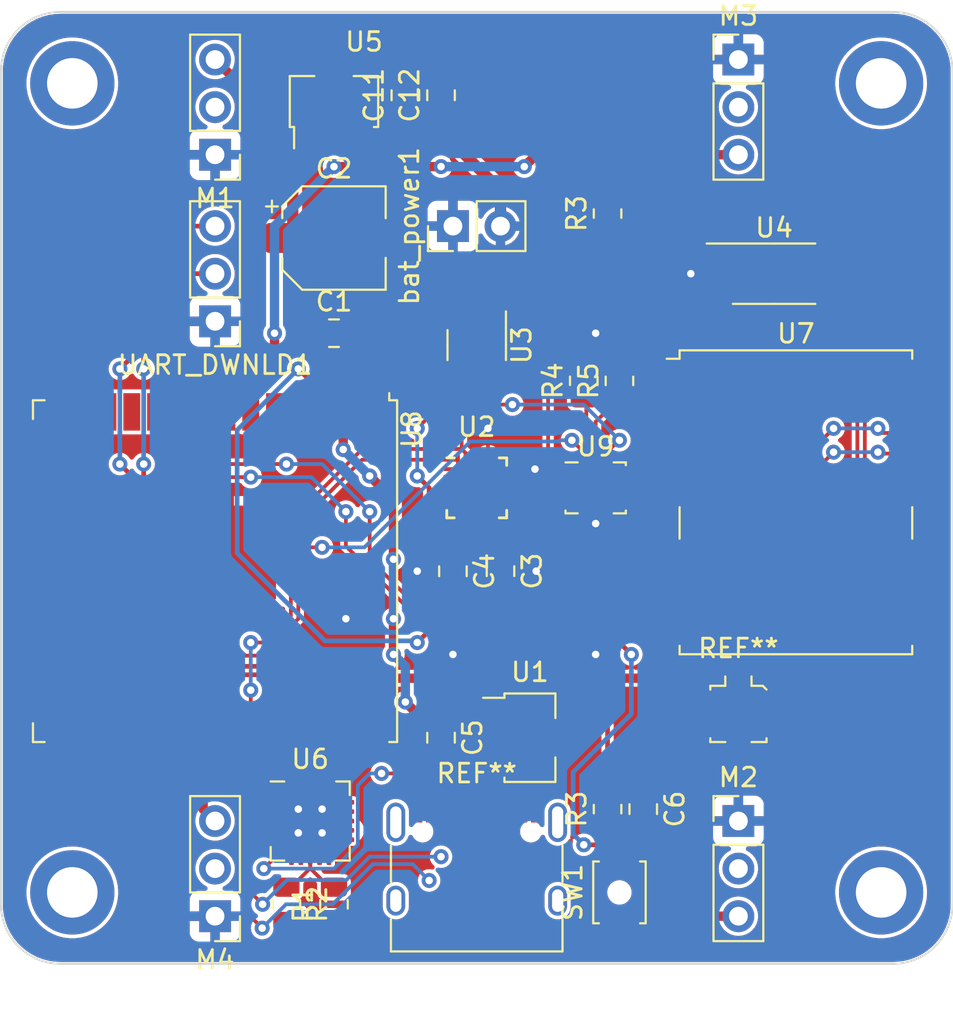
<source format=kicad_pcb>
(kicad_pcb (version 20211014) (generator pcbnew)
  (layers (0 "F.Cu" signal) (31 "B.Cu" signal) (34 "B.Paste" user) (35 "F.Paste" user) (36 "B.SilkS" user "B.Silkscreen") (37 "F.SilkS" user "F.Silkscreen") (38 "B.Mask" user) (39 "F.Mask" user) (44 "Edge.Cuts" user))
  (net 0 "")
  (net 1 "+3V3")
  (net 2 "GND")
  (net 37 "Net-(C3-Pad1)")
  (net 39 "/gps_antenna")
  (net 40 "AUX_CL")
  (net 41 "GPS_TX")
  (net 46 "v_bat")
  (net 47 "M1")
  (net 48 "M2")
  (net 49 "M3")
  (net 50 "M4")
  (net 51 "RX")
  (net 52 "TX")
  (net 59 "SDO")
  (net 60 "+1V8")
  (net 61 "FSYNC")
  (net 62 "AUX_DA")
  (net 63 "MPU_CS")
  (net 64 "MPU_INT")
  (net 70 "SCL")
  (net 71 "SDA")
  (net 74 "GPS_RX")
  (net 75 "SDA_eeprom")
  (net 76 "SCL_eeprom")
  (net 77 "VBUS")
  (net 78 "Net-(R1-Pad2)")
  (net 83 "USB+")
  (net 84 "USB-")
  (net 95 "USB5V")
  (net 104 "RESET")
  (footprint "Capacitor_SMD:C_0805_2012Metric" (layer "F.Cu") (at 123.19 29.845 90)
    (fp_text reference "C11")
    (fp_text value "10uF")
  )
  (footprint "Capacitor_SMD:C_0805_2012Metric" (layer "F.Cu") (at 135.89 67.945 -90)
    (fp_text reference "C6")
    (fp_text value "1uF")
  )
  (footprint "Connector_PinHeader_2.54mm:PinHeader_1x03_P2.54mm_Vertical" (layer "F.Cu") (at 113.03 33.02 180)
    (fp_text reference "M1")
    (fp_text value "Conn_01x03")
  )
  (footprint "Connector_PinHeader_2.54mm:PinHeader_1x03_P2.54mm_Vertical" (layer "F.Cu") (at 113.03 73.66 180)
    (fp_text reference "M4")
    (fp_text value "Conn_01x03")
  )
  (footprint "Resistor_SMD:R_0805_2012Metric" (layer "F.Cu") (at 133.985 67.945 90)
    (fp_text reference "R3")
    (fp_text value "10k")
  )
  (footprint "RF_Module:ESP32-WROOM-32U" (layer "F.Cu") (at 113.03 55.245 -90)
    (fp_text reference "U8")
    (fp_text value "ESP32-WROOM-32U")
  )
  (footprint "MountingHole:MountingHole_2.7mm_M2.5_ISO14580_Pad" (layer "F.Cu") (at 105.41 29.21)
    (fp_text reference "REF**" hide)
    (fp_text value "MountingHole_2.7mm_M2.5_ISO14580_Pad")
  )
  (footprint "Resistor_SMD:R_0805_2012Metric" (layer "F.Cu") (at 116.84 73.025 -90)
    (fp_text reference "R2")
    (fp_text value "47.5k")
  )
  (footprint "Capacitor_SMD:C_0805_2012Metric" (layer "F.Cu") (at 125.095 64.135 -90)
    (fp_text reference "C5")
    (fp_text value "0.1uF")
  )
  (footprint "Connector_PinHeader_2.54mm:PinHeader_1x02_P2.54mm_Vertical" (layer "F.Cu") (at 125.73 36.83 90)
    (fp_text reference "bat_power1")
    (fp_text value "Conn_01x02")
  )
  (footprint "Resistor_SMD:R_0805_2012Metric" (layer "F.Cu") (at 134.62 45.09 90)
    (fp_text reference "R5")
    (fp_text value "10k")
  )
  (footprint "Sensor_Motion:InvenSense_QFN-24_3x3mm_P0.4mm" (layer "F.Cu") (at 127 50.8)
    (fp_text reference "U2")
    (fp_text value "ICM-20948")
  )
  (footprint "Capacitor_SMD:C_0805_2012Metric" (layer "F.Cu") (at 119.38 42.545)
    (fp_text reference "C1")
    (fp_text value "0.1uF")
  )
  (footprint "Capacitor_SMD:C_0805_2012Metric" (layer "F.Cu") (at 128.27 55.245 -90)
    (fp_text reference "C3")
    (fp_text value "0.1uF")
  )
  (footprint "Connector_PinHeader_2.54mm:PinHeader_1x03_P2.54mm_Vertical" (layer "F.Cu") (at 140.97 27.94)
    (fp_text reference "M3")
    (fp_text value "Conn_01x03")
  )
  (footprint "Capacitor_SMD:CP_Elec_5x4.5" (layer "F.Cu") (at 119.38 37.465)
    (fp_text reference "C2")
    (fp_text value "10uF")
  )
  (footprint "" (layer "F.Cu") (at 148.59 29.21)
    (fp_text reference "")
    (fp_text value "")
  )
  (footprint "Package_LGA:LGA-14_3x2.5mm_P0.5mm_LayoutBorder3x4y" (layer "F.Cu") (at 133.35 50.8)
    (fp_text reference "U9")
    (fp_text value "LSM6DS3")
  )
  (footprint "Connector_PinHeader_2.54mm:PinHeader_1x03_P2.54mm_Vertical" (layer "F.Cu") (at 113.03 41.91 180)
    (fp_text reference "UART_DWNLD1")
    (fp_text value "Conn_01x03")
  )
  (footprint "Package_TO_SOT_SMD:SOT-89-3" (layer "F.Cu") (at 119.38 30.48 90)
    (fp_text reference "U5")
    (fp_text value "L78L33_SOT89")
  )
  (footprint "RF_GPS:ublox_NEO" (layer "F.Cu") (at 144.04 51.57)
    (fp_text reference "U7")
    (fp_text value "NEO-M8N")
  )
  (footprint "Package_TO_SOT_SMD:SOT-23-5" (layer "F.Cu") (at 127 43.18 -90)
    (fp_text reference "U3")
    (fp_text value "TLV70018_SOT23-5")
  )
  (footprint "Capacitor_SMD:C_0805_2012Metric" (layer "F.Cu") (at 125.095 29.845 90)
    (fp_text reference "C12")
    (fp_text value "0.1uF")
  )
  (footprint "Resistor_SMD:R_0805_2012Metric" (layer "F.Cu") (at 133.985 36.16 90)
    (fp_text reference "R3")
    (fp_text value "R")
  )
  (footprint "Button_Switch_SMD:SW_SPST_B3U-1000P-B" (layer "F.Cu") (at 134.62 72.39 90)
    (fp_text reference "SW1")
    (fp_text value "SW_Push")
  )
  (footprint "Connector_PinHeader_2.54mm:PinHeader_1x03_P2.54mm_Vertical" (layer "F.Cu") (at 140.97 68.58)
    (fp_text reference "M2")
    (fp_text value "Conn_01x03")
  )
  (footprint "Package_SO:TSSOP-8_4.4x3mm_P0.65mm" (layer "F.Cu") (at 142.875 39.37)
    (fp_text reference "U4")
    (fp_text value "24LC32")
  )
  (footprint "Symbol:OSHW-Logo_7.5x8mm_Copper" (layer "F.Cu") (at 147.32 64.77)
    (fp_text reference "REF**" hide)
    (fp_text value "OSHW-Logo_7.5x8mm_Copper" hide)
  )
  (footprint "Resistor_SMD:R_0805_2012Metric" (layer "F.Cu") (at 119.38 73.025 90)
    (fp_text reference "R1")
    (fp_text value "22.1k")
  )
  (footprint "Resistor_SMD:R_0805_2012Metric" (layer "F.Cu") (at 132.715 45.085 90)
    (fp_text reference "R4")
    (fp_text value "10k")
  )
  (footprint "Package_TO_SOT_SMD:SOT-89-3" (layer "F.Cu") (at 129.54 64.135)
    (fp_text reference "U1")
    (fp_text value "L78L33_SOT89")
  )
  (footprint "Package_DFN_QFN:MLF-20-1EP_4x4mm_P0.5mm_EP2.6x2.6mm" (layer "F.Cu") (at 118.11 68.58)
    (fp_text reference "U6")
    (fp_text value "CP2102N-Axx-xQFN20")
  )
  (footprint "Connector_USB:USB_C_Receptacle_XKB_U262-16XN-4BVC11" (layer "F.Cu") (at 127 71.755)
    (fp_text reference "REF**")
    (fp_text value "USB_C_Receptacle_XKB_U262-16XN-4BVC11")
  )
  (footprint "" (layer "F.Cu") (at 105.41 72.39)
    (fp_text reference "")
    (fp_text value "")
  )
  (footprint "Connector_Coaxial:U.FL_Molex_MCRF_73412-0110_Vertical" (layer "F.Cu") (at 140.97 62.865 180)
    (fp_text reference "REF**")
    (fp_text value "U.FL")
  )
  (footprint "Capacitor_SMD:C_0805_2012Metric" (layer "F.Cu") (at 125.73 55.25 -90)
    (fp_text reference "C4")
    (fp_text value "0.1uF")
  )
  (footprint "" (layer "F.Cu") (at 148.59 72.39)
    (fp_text reference "")
    (fp_text value "")
  )
  (gr_line (start 149.225 76.2) (end 104.775 76.2) (layer "Edge.Cuts") (width 0.1))
  (gr_arc (start 149.225 25.4) (mid 151.470064 26.329936) (end 152.4 28.575) (layer "Edge.Cuts") (width 0.1))
  (gr_arc (start 152.4 73.025) (mid 151.470064 75.270064) (end 149.225 76.2) (layer "Edge.Cuts") (width 0.1))
  (gr_line (start 101.6 73.025) (end 101.6 28.575) (layer "Edge.Cuts") (width 0.1))
  (gr_line (start 152.4 28.575) (end 152.4 73.025) (layer "Edge.Cuts") (width 0.1))
  (gr_arc (start 104.775 76.2) (mid 102.529936 75.270064) (end 101.6 73.025) (layer "Edge.Cuts") (width 0.1))
  (gr_arc (start 101.6 28.575) (mid 102.529936 26.329936) (end 104.775 25.4) (layer "Edge.Cuts") (width 0.1))
  (gr_line (start 104.775 25.4) (end 149.225 25.4) (layer "Edge.Cuts") (width 0.1))
  (segment (start 133.985 63.5) (end 132.08 61.595) (width 0.25) (layer "F.Cu") (net 1))
  (segment (start 127.95 40.955) (end 127.635 40.64) (width 0.2) (layer "F.Cu") (net 1))
  (segment (start 132.51298 52.04952) (end 130.81 52.04952) (width 0.2) (layer "F.Cu") (net 1))
  (segment (start 116.2495 70.505) (end 115.6345 71.12) (width 0.2) (layer "F.Cu") (net 1))
  (segment (start 117.18 32.83) (end 117.88 32.13) (width 0.6) (layer "F.Cu") (net 1))
  (segment (start 150.04 46.77) (end 149.005 46.77) (width 0.2) (layer "F.Cu") (net 1))
  (segment (start 134.5125 53.4475) (end 133.985 53.975) (width 0.2) (layer "F.Cu") (net 1))
  (segment (start 148.119039 38.899039) (end 147.615 38.395) (width 0.2) (layer "F.Cu") (net 1))
  (segment (start 130.81 50.8) (end 129.81 51.8) (width 0.2) (layer "F.Cu") (net 1))
  (segment (start 117.3275 40.64) (end 127.635 40.64) (width 0.2) (layer "F.Cu") (net 1))
  (segment (start 117.18 40.005) (end 117.18 37.465) (width 0.2) (layer "F.Cu") (net 1))
  (segment (start 117.18 41.295) (end 118.43 42.545) (width 0.6) (layer "F.Cu") (net 1))
  (segment (start 148.54 45.67) (end 148.119039 45.249039) (width 0.2) (layer "F.Cu") (net 1))
  (segment (start 125.645 62.635) (end 125.095 63.185) (width 0.5) (layer "F.Cu") (net 1))
  (segment (start 143.17 38.395) (end 141.605 36.83) (width 0.2) (layer "F.Cu") (net 1))
  (segment (start 117.11 70.505) (end 116.2495 70.505) (width 0.2) (layer "F.Cu") (net 1))
  (segment (start 123.19 65.405) (end 122.555 66.04) (width 0.2) (layer "F.Cu") (net 1))
  (segment (start 127.95 42.0425) (end 127.95 42.426072) (width 0.25) (layer "F.Cu") (net 1))
  (segment (start 122.555 59.69) (end 122.555 57.785) (width 0.5) (layer "F.Cu") (net 1))
  (segment (start 148.119039 45.884039) (end 148.119039 45.249039) (width 0.2) (layer "F.Cu") (net 1))
  (segment (start 147.615 38.395) (end 145.7375 38.395) (width 0.2) (layer "F.Cu") (net 1))
  (segment (start 128.905 40.64) (end 130.81 42.545) (width 0.2) (layer "F.Cu") (net 1))
  (segment (start 127.635 40.64) (end 128.905 40.64) (width 0.2) (layer "F.Cu") (net 1))
  (segment (start 145.7375 38.395) (end 143.17 38.395) (width 0.2) (layer "F.Cu") (net 1))
  (segment (start 117.18 37.465) (end 117.18 32.83) (width 0.6) (layer "F.Cu") (net 1))
  (segment (start 120.015 45.085) (end 118.43 43.5) (width 0.5) (layer "F.Cu") (net 1))
  (segment (start 138.43 36.83) (end 136.94 38.32) (width 0.2) (layer "F.Cu") (net 1))
  (segment (start 120.015 46.745) (end 120.015 45.085) (width 0.5) (layer "F.Cu") (net 1))
  (segment (start 117.18 41.275) (end 117.18 41.295) (width 0.6) (layer "F.Cu") (net 1))
  (segment (start 119.872875 46.887125) (end 120.015 46.745) (width 0.5) (layer "F.Cu") (net 1))
  (segment (start 132.08 61.595) (end 130.175 61.595) (width 0.25) (layer "F.Cu") (net 1))
  (segment (start 129.135 62.635) (end 127.89 62.635) (width 0.25) (layer "F.Cu") (net 1))
  (segment (start 150.04 45.67) (end 148.54 45.67) (width 0.2) (layer "F.Cu") (net 1))
  (segment (start 125.095 63.185) (end 124.145 63.185) (width 0.5) (layer "F.Cu") (net 1))
  (segment (start 130.81 52.705) (end 130.81 50.8) (width 0.2) (layer "F.Cu") (net 1))
  (segment (start 135.89 40.64) (end 135.255 40.005) (width 0.2) (layer "F.Cu") (net 1))
  (segment (start 127.89 62.635) (end 125.645 62.635) (width 0.5) (layer "F.Cu") (net 1))
  (segment (start 117.18 41.275) (end 117.18 37.465) (width 0.6) (layer "F.Cu") (net 1))
  (segment (start 148.119039 45.249039) (end 148.119039 38.899039) (width 0.2) (layer "F.Cu") (net 1))
  (segment (start 133.985 53.975) (end 132.08 53.975) (width 0.2) (layer "F.Cu") (net 1))
  (segment (start 122.555 51.435) (end 121.285 50.165) (width 0.5) (layer "F.Cu") (net 1))
  (segment (start 132.08 53.975) (end 130.81 52.705) (width 0.2) (layer "F.Cu") (net 1))
  (segment (start 130.81 42.545) (end 130.81 50.8) (width 0.2) (layer "F.Cu") (net 1))
  (segment (start 138.04 51.17) (end 137.533573 51.17) (width 0.2) (layer "F.Cu") (net 1))
  (segment (start 124.14 63.185) (end 123.19 64.135) (width 0.2) (layer "F.Cu") (net 1))
  (segment (start 137.533573 51.17) (end 135.89 49.526427) (width 0.2) (layer "F.Cu") (net 1))
  (segment (start 117.18 41.275) (end 117.18 40.7875) (width 0.2) (layer "F.Cu") (net 1))
  (segment (start 136.94 38.32) (end 135.255 40.005) (width 0.2) (layer "F.Cu") (net 1))
  (segment (start 129.81 51.8) (end 128.5 51.8) (width 0.2) (layer "F.Cu") (net 1))
  (segment (start 123.19 64.135) (end 123.19 65.405) (width 0.2) (layer "F.Cu") (net 1))
  (segment (start 149.005 46.77) (end 148.119039 45.884039) (width 0.2) (layer "F.Cu") (net 1))
  (segment (start 119.872875 48.752875) (end 119.872875 46.887125) (width 0.5) (layer "F.Cu") (net 1))
  (segment (start 127.95 42.0425) (end 127.95 40.955) (width 0.2) (layer "F.Cu") (net 1))
  (segment (start 130.175 61.595) (end 129.135 62.635) (width 0.25) (layer "F.Cu") (net 1))
  (segment (start 118.43 43.5) (end 118.43 42.545) (width 0.5) (layer "F.Cu") (net 1))
  (segment (start 132.85 51.7125) (end 132.51298 52.04952) (width 0.2) (layer "F.Cu") (net 1))
  (segment (start 134.5125 51.55) (end 134.5125 53.4475) (width 0.2) (layer "F.Cu") (net 1))
  (segment (start 133.985 67.0325) (end 133.985 63.5) (width 0.25) (layer "F.Cu") (net 1))
  (segment (start 141.605 36.83) (end 138.43 36.83) (width 0.2) (layer "F.Cu") (net 1))
  (segment (start 117.18 40.7875) (end 117.3275 40.64) (width 0.2) (layer "F.Cu") (net 1))
  (segment (start 125.095 63.185) (end 124.14 63.185) (width 0.2) (layer "F.Cu") (net 1))
  (segment (start 124.145 63.185) (end 123.19 62.23) (width 0.5) (layer "F.Cu") (net 1))
  (segment (start 122.555 54.61) (end 122.555 51.435) (width 0.5) (layer "F.Cu") (net 1))
  (segment (start 135.255 40.005) (end 117.18 40.005) (width 0.4) (layer "F.Cu") (net 1))
  (segment (start 135.89 49.526427) (end 135.89 40.64) (width 0.2) (layer "F.Cu") (net 1))
  (segment (start 122.555 66.04) (end 121.92 66.04) (width 0.2) (layer "F.Cu") (net 1))
  (via (at 121.285 50.165) (size 0.8) (drill 0.4) (layers "F.Cu" "B.Cu") (net 1))
  (via (at 122.555 59.69) (size 0.8) (drill 0.4) (layers "F.Cu" "B.Cu") (net 1))
  (via (at 123.19 62.23) (size 0.8) (drill 0.4) (layers "F.Cu" "B.Cu") (net 1))
  (via (at 121.92 66.04) (size 0.8) (drill 0.4) (layers "F.Cu" "B.Cu") (net 1))
  (via (at 122.555 57.785) (size 0.8) (drill 0.4) (layers "F.Cu" "B.Cu") (net 1))
  (via (at 122.555 54.61) (size 0.8) (drill 0.4) (layers "F.Cu" "B.Cu") (net 1))
  (via (at 115.6345 71.12) (size 0.8) (drill 0.4) (layers "F.Cu" "B.Cu") (net 1))
  (via (at 119.872875 48.752875) (size 0.8) (drill 0.4) (layers "F.Cu" "B.Cu") (net 1))
  (segment (start 121.285 66.04) (end 120.65 66.675) (width 0.2) (layer "B.Cu") (net 1))
  (segment (start 120.65 66.675) (end 120.65 69.85) (width 0.2) (layer "B.Cu") (net 1))
  (segment (start 123.19 60.325) (end 122.555 59.69) (width 0.5) (layer "B.Cu") (net 1))
  (segment (start 121.92 66.04) (end 121.285 66.04) (width 0.2) (layer "B.Cu") (net 1))
  (segment (start 121.285 50.165) (end 119.872875 48.752875) (width 0.5) (layer "B.Cu") (net 1))
  (segment (start 120.65 69.85) (end 119.38 71.12) (width 0.2) (layer "B.Cu") (net 1))
  (segment (start 123.19 62.23) (end 123.19 60.325) (width 0.5) (layer "B.Cu") (net 1))
  (segment (start 119.38 71.12) (end 115.6345 71.12) (width 0.2) (layer "B.Cu") (net 1))
  (segment (start 122.555 57.785) (end 122.555 54.61) (width 0.5) (layer "B.Cu") (net 1))
  (segment (start 133.35 51.7125) (end 133.85 51.7125) (width 0.2) (layer "F.Cu") (net 2))
  (segment (start 127.6 47.625) (end 127.6 49.3) (width 0.2) (layer "F.Cu") (net 2))
  (segment (start 130.1105 49.8) (end 128.5 49.8) (width 0.2) (layer "F.Cu") (net 2))
  (segment (start 116.185 68.58) (end 118.11 68.58) (width 0.2) (layer "F.Cu") (net 2))
  (segment (start 133.35 51.7125) (end 133.35 52.705) (width 0.2) (layer "F.Cu") (net 2))
  (segment (start 118.61 69.08) (end 118.11 68.58) (width 0.2) (layer "F.Cu") (net 2))
  (segment (start 120.035 69.08) (end 118.61 69.08) (width 0.2) (layer "F.Cu") (net 2))
  (via (at 123.825 55.245) (size 0.8) (drill 0.4) (layers "F.Cu" "B.Cu") (net 2))
  (via (at 133.35 52.705) (size 0.8) (drill 0.4) (layers "F.Cu" "B.Cu") (net 2))
  (via (at 117.475 69.215) (size 0.8) (drill 0.4) (layers "F.Cu" "B.Cu") (net 2))
  (via (at 117.475 67.945) (size 0.8) (drill 0.4) (layers "F.Cu" "B.Cu") (net 2))
  (via (at 120.015 57.785) (size 0.8) (drill 0.4) (layers "F.Cu" "B.Cu") (net 2))
  (via (at 138.43 39.37) (size 0.8) (drill 0.4) (layers "F.Cu" "B.Cu") (net 2))
  (via (at 133.35 59.69) (size 0.8) (drill 0.4) (layers "F.Cu" "B.Cu") (net 2))
  (via (at 127.6 47.625) (size 0.8) (drill 0.4) (layers "F.Cu" "B.Cu") (net 2))
  (via (at 133.35 42.545) (size 0.8) (drill 0.4) (layers "F.Cu" "B.Cu") (net 2))
  (via (at 118.745 69.215) (size 0.8) (drill 0.4) (layers "F.Cu" "B.Cu") (net 2))
  (via (at 118.745 67.945) (size 0.8) (drill 0.4) (layers "F.Cu" "B.Cu") (net 2))
  (via (at 130.175 55.245) (size 0.8) (drill 0.4) (layers "F.Cu" "B.Cu") (net 2))
  (via (at 125.73 59.69) (size 0.8) (drill 0.4) (layers "F.Cu" "B.Cu") (net 2))
  (via (at 130.1105 49.8) (size 0.8) (drill 0.4) (layers "F.Cu" "B.Cu") (net 2))
  (segment (start 127.2 53.225) (end 128.27 54.295) (width 0.2) (layer "F.Cu") (net 37))
  (segment (start 127.2 52.3) (end 127.2 53.225) (width 0.2) (layer "F.Cu") (net 37))
  (segment (start 140.97 61.365) (end 140.97 58.42) (width 0.2) (layer "F.Cu") (net 39))
  (segment (start 140.97 58.42) (end 140.02 57.47) (width 0.2) (layer "F.Cu") (net 39))
  (segment (start 140.02 57.47) (end 138.04 57.47) (width 0.2) (layer "F.Cu") (net 39))
  (segment (start 114.935 50.2295) (end 113.0945 50.2295) (width 0.2) (layer "F.Cu") (net 41))
  (segment (start 150.04 48.97) (end 148.494019 48.97) (width 0.2) (layer "F.Cu") (net 41))
  (segment (start 148.494019 48.97) (end 148.419019 48.895) (width 0.2) (layer "F.Cu") (net 41))
  (segment (start 113.0945 50.2295) (end 111.125 48.26) (width 0.2) (layer "F.Cu") (net 41))
  (segment (start 132.315481 58.184519) (end 124.294514 58.18452) (width 0.2) (layer "F.Cu") (net 41))
  (segment (start 124.294514 58.18452) (end 120.015 53.905006) (width 0.2) (layer "F.Cu") (net 41))
  (segment (start 111.125 48.26) (end 111.125 46.745) (width 0.2) (layer "F.Cu") (net 41))
  (segment (start 137.16 53.34) (end 132.315481 58.184519) (width 0.2) (layer "F.Cu") (net 41))
  (segment (start 141.605 53.34) (end 137.16 53.34) (width 0.2) (layer "F.Cu") (net 41))
  (segment (start 146.05 48.895) (end 141.605 53.34) (width 0.2) (layer "F.Cu") (net 41))
  (segment (start 120.015 53.905006) (end 120.015 52.07) (width 0.2) (layer "F.Cu") (net 41))
  (via (at 148.419019 48.895) (size 0.8) (drill 0.4) (layers "F.Cu" "B.Cu") (net 41))
  (via (at 146.05 48.895) (size 0.8) (drill 0.4) (layers "F.Cu" "B.Cu") (net 41))
  (via (at 114.935 50.2295) (size 0.8) (drill 0.4) (layers "F.Cu" "B.Cu") (net 41))
  (via (at 120.015 52.07) (size 0.8) (drill 0.4) (layers "F.Cu" "B.Cu") (net 41))
  (segment (start 148.419019 48.895) (end 146.05 48.895) (width 0.2) (layer "B.Cu") (net 41))
  (segment (start 118.1745 50.2295) (end 120.015 52.07) (width 0.2) (layer "B.Cu") (net 41))
  (segment (start 114.935 50.2295) (end 118.1745 50.2295) (width 0.2) (layer "B.Cu") (net 41))
  (segment (start 125.095 32.13) (end 125.095 30.795) (width 0.5) (layer "F.Cu") (net 46))
  (segment (start 125.475 32.13) (end 128.27 34.925) (width 0.6) (layer "F.Cu") (net 46))
  (segment (start 128.27 34.925) (end 128.27 36.83) (width 0.6) (layer "F.Cu") (net 46))
  (segment (start 125.095 32.13) (end 123.19 32.13) (width 0.6) (layer "F.Cu") (net 46))
  (segment (start 123.19 32.13) (end 123.19 30.795) (width 0.5) (layer "F.Cu") (net 46))
  (segment (start 125.095 32.13) (end 125.475 32.13) (width 0.6) (layer "F.Cu") (net 46))
  (segment (start 133.035 33.655) (end 132.715 33.655) (width 0.2) (layer "F.Cu") (net 46))
  (segment (start 123.19 32.13) (end 120.88 32.13) (width 0.6) (layer "F.Cu") (net 46))
  (segment (start 114.935 43.815) (end 113.665 45.085) (width 0.5) (layer "F.Cu") (net 47))
  (segment (start 113.665 45.085) (end 113.665 46.745) (width 0.5) (layer "F.Cu") (net 47))
  (segment (start 114.935 29.845) (end 114.935 43.815) (width 0.5) (layer "F.Cu") (net 47))
  (segment (start 113.03 27.94) (end 114.935 29.845) (width 0.5) (layer "F.Cu") (net 47))
  (segment (start 137.16 61.595) (end 136.525 60.96) (width 0.5) (layer "F.Cu") (net 48))
  (segment (start 121.285 60.96) (end 120.015 62.23) (width 0.5) (layer "F.Cu") (net 48))
  (segment (start 120.015 62.23) (end 120.015 63.745) (width 0.5) (layer "F.Cu") (net 48))
  (segment (start 136.525 60.96) (end 121.285 60.96) (width 0.5) (layer "F.Cu") (net 48))
  (segment (start 139.065 73.66) (end 137.16 71.755) (width 0.5) (layer "F.Cu") (net 48))
  (segment (start 137.16 71.755) (end 137.16 61.595) (width 0.5) (layer "F.Cu") (net 48))
  (segment (start 140.97 73.66) (end 139.065 73.66) (width 0.5) (layer "F.Cu") (net 48))
  (segment (start 116.205 43.930942) (end 116.205 42.545) (width 0.5) (layer "F.Cu") (net 49))
  (segment (start 130.175 33.02) (end 140.97 33.02) (width 0.5) (layer "F.Cu") (net 49))
  (segment (start 114.935 45.200942) (end 116.205 43.930942) (width 0.5) (layer "F.Cu") (net 49))
  (segment (start 119.38 33.655) (end 124.46 33.655) (width 0.5) (layer "F.Cu") (net 49))
  (segment (start 114.935 46.745) (end 114.935 45.200942) (width 0.5) (layer "F.Cu") (net 49))
  (segment (start 129.54 33.655) (end 130.175 33.02) (width 0.5) (layer "F.Cu") (net 49))
  (segment (start 124.46 33.655) (end 125.095 33.655) (width 0.5) (layer "F.Cu") (net 49))
  (via (at 129.54 33.655) (size 0.8) (drill 0.4) (layers "F.Cu" "B.Cu") (net 49))
  (via (at 125.095 33.655) (size 0.8) (drill 0.4) (layers "F.Cu" "B.Cu") (net 49))
  (via (at 116.205 42.545) (size 0.8) (drill 0.4) (layers "F.Cu" "B.Cu") (net 49))
  (via (at 119.38 33.655) (size 0.8) (drill 0.4) (layers "F.Cu" "B.Cu") (net 49))
  (segment (start 125.095 33.655) (end 129.54 33.655) (width 0.5) (layer "B.Cu") (net 49))
  (segment (start 116.205 42.545) (end 116.205 36.83) (width 0.5) (layer "B.Cu") (net 49))
  (segment (start 116.205 36.83) (end 119.38 33.655) (width 0.5) (layer "B.Cu") (net 49))
  (segment (start 112.395 67.945) (end 113.03 68.58) (width 0.5) (layer "F.Cu") (net 50))
  (segment (start 112.395 63.745) (end 112.395 67.945) (width 0.5) (layer "F.Cu") (net 50))
  (segment (start 118.11 66.04) (end 117.475 65.405) (width 0.2) (layer "F.Cu") (net 51))
  (segment (start 107.95 44.45) (end 108.77048 43.62952) (width 0.25) (layer "F.Cu") (net 51))
  (segment (start 115.383802 60.77452) (end 116.205 61.595718) (width 0.25) (layer "F.Cu") (net 51))
  (segment (start 118.11 66.655) (end 118.11 66.04) (width 0.2) (layer "F.Cu") (net 51))
  (segment (start 117.475 65.405) (end 116.84 65.405) (width 0.2) (layer "F.Cu") (net 51))
  (segment (start 107.95 49.53) (end 108.77048 50.35048) (width 0.25) (layer "F.Cu") (net 51))
  (segment (start 110.304521 60.77452) (end 115.383802 60.77452) (width 0.25) (layer "F.Cu") (net 51))
  (segment (start 108.77048 59.240479) (end 110.304521 60.77452) (width 0.25) (layer "F.Cu") (net 51))
  (segment (start 108.77048 50.35048) (end 108.77048 59.240479) (width 0.25) (layer "F.Cu") (net 51))
  (segment (start 108.77048 39.887439) (end 111.827919 36.83) (width 0.25) (layer "F.Cu") (net 51))
  (segment (start 108.77048 43.62952) (end 108.77048 39.887439) (width 0.25) (layer "F.Cu") (net 51))
  (segment (start 116.205 64.77) (end 116.205 63.745) (width 0.2) (layer "F.Cu") (net 51))
  (segment (start 111.827919 36.83) (end 113.03 36.83) (width 0.25) (layer "F.Cu") (net 51))
  (segment (start 116.205 61.595718) (end 116.205 63.745) (width 0.25) (layer "F.Cu") (net 51))
  (segment (start 116.84 65.405) (end 116.205 64.77) (width 0.2) (layer "F.Cu") (net 51))
  (via (at 107.95 44.45) (size 0.8) (drill 0.4) (layers "F.Cu" "B.Cu") (net 51))
  (via (at 107.95 49.53) (size 0.8) (drill 0.4) (layers "F.Cu" "B.Cu") (net 51))
  (segment (start 107.95 44.45) (end 107.95 49.53) (width 0.25) (layer "B.Cu") (net 51))
  (segment (start 109.22 59.054282) (end 110.490718 60.325) (width 0.25) (layer "F.Cu") (net 52))
  (segment (start 117.475 64.839994) (end 117.475 63.745) (width 0.2) (layer "F.Cu") (net 52))
  (segment (start 117.475 62.23) (end 117.475 63.745) (width 0.25) (layer "F.Cu") (net 52))
  (segment (start 118.61 65.974994) (end 117.475 64.839994) (width 0.2) (layer "F.Cu") (net 52))
  (segment (start 115.57 60.325) (end 117.475 62.23) (width 0.25) (layer "F.Cu") (net 52))
  (segment (start 111.125 39.37) (end 113.03 39.37) (width 0.25) (layer "F.Cu") (net 52))
  (segment (start 118.61 66.655) (end 118.61 65.974994) (width 0.2) (layer "F.Cu") (net 52))
  (segment (start 109.22 44.45) (end 109.22 41.275) (width 0.25) (layer "F.Cu") (net 52))
  (segment (start 109.22 49.53) (end 109.22 59.054282) (width 0.25) (layer "F.Cu") (net 52))
  (segment (start 109.22 41.275) (end 111.125 39.37) (width 0.25) (layer "F.Cu") (net 52))
  (segment (start 110.490718 60.325) (end 115.57 60.325) (width 0.25) (layer "F.Cu") (net 52))
  (via (at 109.22 49.53) (size 0.8) (drill 0.4) (layers "F.Cu" "B.Cu") (net 52))
  (via (at 109.22 44.45) (size 0.8) (drill 0.4) (layers "F.Cu" "B.Cu") (net 52))
  (segment (start 109.22 44.45) (end 109.22 49.53) (width 0.25) (layer "B.Cu") (net 52))
  (segment (start 126.4 52.3) (end 126.4 53.63) (width 0.2) (layer "F.Cu") (net 60))
  (segment (start 123.825 50.165) (end 124.46 50.8) (width 0.25) (layer "F.Cu") (net 60))
  (segment (start 127.95 45.405) (end 127.95 44.3175) (width 0.2) (layer "F.Cu") (net 60))
  (segment (start 125.42 54.3) (end 125.73 54.3) (width 0.25) (layer "F.Cu") (net 60))
  (segment (start 127 46.355) (end 127.95 45.405) (width 0.2) (layer "F.Cu") (net 60))
  (segment (start 126.4 53.63) (end 125.73 54.3) (width 0.2) (layer "F.Cu") (net 60))
  (segment (start 124.46 53.34) (end 125.42 54.3) (width 0.25) (layer "F.Cu") (net 60))
  (segment (start 123.825 47.625) (end 125.095 46.355) (width 0.2) (layer "F.Cu") (net 60))
  (segment (start 124.46 50.8) (end 124.46 53.34) (width 0.25) (layer "F.Cu") (net 60))
  (segment (start 125.095 46.355) (end 127 46.355) (width 0.2) (layer "F.Cu") (net 60))
  (via (at 123.825 47.625) (size 0.8) (drill 0.4) (layers "F.Cu" "B.Cu") (net 60))
  (via (at 123.825 50.165) (size 0.8) (drill 0.4) (layers "F.Cu" "B.Cu") (net 60))
  (segment (start 123.825 50.165) (end 123.825 47.625) (width 0.2) (layer "B.Cu") (net 60))
  (segment (start 133.35 47.2725) (end 133.35 49.53) (width 0.2) (layer "F.Cu") (net 70))
  (segment (start 133.35 49.53) (end 133.35 49.8875) (width 0.2) (layer "F.Cu") (net 70))
  (segment (start 126.4 49.3) (end 126.4 48.930705) (width 0.2) (layer "F.Cu") (net 70))
  (segment (start 133.35 49.53) (end 133.35 49.495349) (width 0.2) (layer "F.Cu") (net 70))
  (segment (start 127.635 46.355) (end 126.194775 47.795225) (width 0.2) (layer "F.Cu") (net 70))
  (segment (start 117.07548 57.619514) (end 116.339505 58.355489) (width 0.2) (layer "F.Cu") (net 70))
  (segment (start 115.599873 59.754511) (end 118.745 62.899638) (width 0.2) (layer "F.Cu") (net 70))
  (segment (start 126.194775 48.72548) (end 120.889514 48.72548) (width 0.2) (layer "F.Cu") (net 70))
  (segment (start 134.585349 48.26) (end 134.62 48.26) (width 0.2) (layer "F.Cu") (net 70))
  (segment (start 117.07548 52.539514) (end 117.07548 57.619514) (width 0.2) (layer "F.Cu") (net 70))
  (segment (start 114.645252 58.355489) (end 114.235489 58.765252) (width 0.2) (layer "F.Cu") (net 70))
  (segment (start 114.645252 59.754511) (end 115.599873 59.754511) (width 0.2) (layer "F.Cu") (net 70))
  (segment (start 133.35 49.495349) (end 134.585349 48.26) (width 0.2) (layer "F.Cu") (net 70))
  (segment (start 116.339505 58.355489) (end 114.645252 58.355489) (width 0.2) (layer "F.Cu") (net 70))
  (segment (start 118.745 62.899638) (end 118.745 63.745) (width 0.2) (layer "F.Cu") (net 70))
  (segment (start 114.235489 58.765252) (end 114.235489 59.344748) (width 0.2) (layer "F.Cu") (net 70))
  (segment (start 120.889514 48.72548) (end 117.07548 52.539514) (width 0.2) (layer "F.Cu") (net 70))
  (segment (start 126.194775 47.795225) (end 126.194775 48.72548) (width 0.2) (layer "F.Cu") (net 70))
  (segment (start 126.4 48.930705) (end 126.194775 48.72548) (width 0.2) (layer "F.Cu") (net 70))
  (segment (start 134.62 46.0025) (end 133.35 47.2725) (width 0.2) (layer "F.Cu") (net 70))
  (segment (start 114.235489 59.344748) (end 114.645252 59.754511) (width 0.2) (layer "F.Cu") (net 70))
  (segment (start 128.905 46.355) (end 127.635 46.355) (width 0.2) (layer "F.Cu") (net 70))
  (via (at 128.905 46.355) (size 0.8) (drill 0.4) (layers "F.Cu" "B.Cu") (net 70))
  (via (at 134.62 48.26) (size 0.8) (drill 0.4) (layers "F.Cu" "B.Cu") (net 70))
  (segment (start 134.62 48.26) (end 132.715 46.355) (width 0.2) (layer "B.Cu") (net 70))
  (segment (start 132.715 46.355) (end 128.905 46.355) (width 0.2) (layer "B.Cu") (net 70))
  (segment (start 117.475 53.975) (end 117.475 52.705) (width 0.2) (layer "F.Cu") (net 71))
  (segment (start 117.475 57.785) (end 117.475 53.975) (width 0.2) (layer "F.Cu") (net 71))
  (segment (start 132.85 49.03) (end 132.08 48.26) (width 0.2) (layer "F.Cu") (net 71))
  (segment (start 114.935 59.055) (end 116.205 59.055) (width 0.2) (layer "F.Cu") (net 71))
  (segment (start 132.85 49.8875) (end 132.85 49.03) (width 0.2) (layer "F.Cu") (net 71))
  (segment (start 116.205 59.055) (end 117.475 57.785) (width 0.2) (layer "F.Cu") (net 71))
  (segment (start 117.475 52.705) (end 120.88 49.3) (width 0.2) (layer "F.Cu") (net 71))
  (segment (start 132.715 45.9975) (end 132.85 46.1325) (width 0.2) (layer "F.Cu") (net 71))
  (segment (start 132.85 46.1325) (end 132.85 49.8875) (width 0.2) (layer "F.Cu") (net 71))
  (segment (start 120.88 49.3) (end 126 49.3) (width 0.2) (layer "F.Cu") (net 71))
  (segment (start 114.935 63.745) (end 114.935 61.595) (width 0.2) (layer "F.Cu") (net 71))
  (segment (start 118.745 53.975) (end 117.475 53.975) (width 0.2) (layer "F.Cu") (net 71))
  (via (at 114.935 61.595) (size 0.8) (drill 0.4) (layers "F.Cu" "B.Cu") (net 71))
  (via (at 114.935 59.055) (size 0.8) (drill 0.4) (layers "F.Cu" "B.Cu") (net 71))
  (via (at 118.745 53.975) (size 0.8) (drill 0.4) (layers "F.Cu" "B.Cu") (net 71))
  (via (at 132.08 48.26) (size 0.8) (drill 0.4) (layers "F.Cu" "B.Cu") (net 71))
  (segment (start 114.935 61.595) (end 114.935 59.055) (width 0.2) (layer "B.Cu") (net 71))
  (segment (start 131.380489 48.324511) (end 126.654748 48.324511) (width 0.2) (layer "B.Cu") (net 71))
  (segment (start 131.445 48.26) (end 131.380489 48.324511) (width 0.2) (layer "B.Cu") (net 71))
  (segment (start 132.08 48.26) (end 131.445 48.26) (width 0.2) (layer "B.Cu") (net 71))
  (segment (start 121.004259 53.975) (end 118.745 53.975) (width 0.2) (layer "B.Cu") (net 71))
  (segment (start 126.654748 48.324511) (end 121.004259 53.975) (width 0.2) (layer "B.Cu") (net 71))
  (segment (start 148.664019 47.87) (end 148.419019 47.625) (width 0.2) (layer "F.Cu") (net 74))
  (segment (start 116.84 49.53) (end 113.665 49.53) (width 0.2) (layer "F.Cu") (net 74))
  (segment (start 113.665 49.53) (end 112.395 48.26) (width 0.2) (layer "F.Cu") (net 74))
  (segment (start 112.395 48.26) (end 112.395 46.745) (width 0.2) (layer "F.Cu") (net 74))
  (segment (start 132.149994 57.785) (end 124.46 57.785) (width 0.2) (layer "F.Cu") (net 74))
  (segment (start 146.05 47.625) (end 140.73452 52.94048) (width 0.2) (layer "F.Cu") (net 74))
  (segment (start 121.285 54.61) (end 121.285 52.07) (width 0.2) (layer "F.Cu") (net 74))
  (segment (start 124.46 57.785) (end 121.285 54.61) (width 0.2) (layer "F.Cu") (net 74))
  (segment (start 140.73452 52.94048) (end 136.994513 52.940481) (width 0.2) (layer "F.Cu") (net 74))
  (segment (start 150.04 47.87) (end 148.664019 47.87) (width 0.2) (layer "F.Cu") (net 74))
  (segment (start 136.994513 52.940481) (end 132.149994 57.785) (width 0.2) (layer "F.Cu") (net 74))
  (via (at 121.285 52.07) (size 0.8) (drill 0.4) (layers "F.Cu" "B.Cu") (net 74))
  (via (at 146.05 47.625) (size 0.8) (drill 0.4) (layers "F.Cu" "B.Cu") (net 74))
  (via (at 116.84 49.53) (size 0.8) (drill 0.4) (layers "F.Cu" "B.Cu") (net 74))
  (via (at 148.419019 47.625) (size 0.8) (drill 0.4) (layers "F.Cu" "B.Cu") (net 74))
  (segment (start 148.419019 47.625) (end 146.05 47.625) (width 0.2) (layer "B.Cu") (net 74))
  (segment (start 121.285 52.07) (end 118.745 49.53) (width 0.2) (layer "B.Cu") (net 74))
  (segment (start 118.745 49.53) (end 116.84 49.53) (width 0.2) (layer "B.Cu") (net 74))
  (segment (start 147.025 40.345) (end 147.32 40.64) (width 0.2) (layer "F.Cu") (net 75))
  (segment (start 148.325 51.17) (end 150.04 51.17) (width 0.2) (layer "F.Cu") (net 75))
  (segment (start 147.32 40.64) (end 147.32 50.165) (width 0.2) (layer "F.Cu") (net 75))
  (segment (start 145.7375 40.345) (end 147.025 40.345) (width 0.2) (layer "F.Cu") (net 75))
  (segment (start 147.32 50.165) (end 148.325 51.17) (width 0.2) (layer "F.Cu") (net 75))
  (segment (start 147.719519 40.474513) (end 147.719519 49.294519) (width 0.2) (layer "F.Cu") (net 76))
  (segment (start 146.940006 39.695) (end 147.719519 40.474513) (width 0.2) (layer "F.Cu") (net 76))
  (segment (start 148.495 50.07) (end 150.04 50.07) (width 0.2) (layer "F.Cu") (net 76))
  (segment (start 145.7375 39.695) (end 146.940006 39.695) (width 0.2) (layer "F.Cu") (net 76))
  (segment (start 147.719519 49.294519) (end 148.495 50.07) (width 0.2) (layer "F.Cu") (net 76))
  (segment (start 117.1 72.1125) (end 118.11 71.1025) (width 0.2) (layer "F.Cu") (net 78))
  (segment (start 119.38 72.1125) (end 119.12 72.1125) (width 0.2) (layer "F.Cu") (net 78))
  (segment (start 119.12 72.1125) (end 118.11 71.1025) (width 0.2) (layer "F.Cu") (net 78))
  (segment (start 118.11 71.1025) (end 118.11 70.505) (width 0.2) (layer "F.Cu") (net 78))
  (segment (start 116.84 72.1125) (end 117.1 72.1125) (width 0.2) (layer "F.Cu") (net 78))
  (segment (start 114.53548 69.684514) (end 115.139994 69.08) (width 0.2) (layer "F.Cu") (net 83))
  (segment (start 115.139994 69.08) (end 116.185 69.08) (width 0.2) (layer "F.Cu") (net 83))
  (segment (start 114.53548 73.2871) (end 114.53548 69.684514) (width 0.2) (layer "F.Cu") (net 83))
  (segment (start 115.546144 74.297764) (end 114.53548 73.2871) (width 0.2) (layer "F.Cu") (net 83))
  (via (at 115.546144 74.297764) (size 0.8) (drill 0.4) (layers "F.Cu" "B.Cu") (net 83))
  (via (at 124.46 71.755) (size 0.8) (drill 0.4) (layers "F.Cu" "B.Cu") (net 83))
  (segment (start 119.310006 73.025) (end 121.450486 70.88452) (width 0.2) (layer "B.Cu") (net 83))
  (segment (start 123.58952 70.88452) (end 124.46 71.755) (width 0.2) (layer "B.Cu") (net 83))
  (segment (start 121.450486 70.88452) (end 123.58952 70.88452) (width 0.2) (layer "B.Cu") (net 83))
  (segment (start 116.818908 73.025) (end 119.310006 73.025) (width 0.2) (layer "B.Cu") (net 83))
  (segment (start 115.546144 74.297764) (end 116.818908 73.025) (width 0.2) (layer "B.Cu") (net 83))
  (segment (start 114.935 69.85) (end 115.205 69.58) (width 0.2) (layer "F.Cu") (net 84))
  (segment (start 115.57 73.025) (end 114.935 72.39) (width 0.2) (layer "F.Cu") (net 84))
  (segment (start 114.935 72.39) (end 114.935 69.85) (width 0.2) (layer "F.Cu") (net 84))
  (segment (start 115.205 69.58) (end 116.185 69.58) (width 0.2) (layer "F.Cu") (net 84))
  (via (at 115.57 73.025) (size 0.8) (drill 0.4) (layers "F.Cu" "B.Cu") (net 84))
  (via (at 125.095 70.485) (size 0.8) (drill 0.4) (layers "F.Cu" "B.Cu") (net 84))
  (segment (start 115.57 73.025) (end 116.86452 71.73048) (width 0.2) (layer "B.Cu") (net 84))
  (segment (start 120.03952 71.73048) (end 121.285 70.485) (width 0.2) (layer "B.Cu") (net 84))
  (segment (start 121.285 70.485) (end 125.095 70.485) (width 0.2) (layer "B.Cu") (net 84))
  (segment (start 116.86452 71.73048) (end 120.03952 71.73048) (width 0.2) (layer "B.Cu") (net 84))
  (segment (start 118.745 46.745) (end 118.745 45.72) (width 0.25) (layer "F.Cu") (net 104))
  (segment (start 124.27096 58.60904) (end 132.491322 58.609039) (width 0.25) (layer "F.Cu") (net 104))
  (segment (start 132.491322 58.609039) (end 132.680361 58.42) (width 0.25) (layer "F.Cu") (net 104))
  (segment (start 133.78 69.85) (end 134.62 70.69) (width 0.25) (layer "F.Cu") (net 104))
  (segment (start 135.89 69.42) (end 134.62 70.69) (width 0.25) (layer "F.Cu") (net 104))
  (segment (start 123.825 59.055) (end 124.27096 58.60904) (width 0.25) (layer "F.Cu") (net 104))
  (segment (start 118.745 45.72) (end 117.475 44.45) (width 0.25) (layer "F.Cu") (net 104))
  (segment (start 133.985 68.8575) (end 133.985 70.055) (width 0.25) (layer "F.Cu") (net 104))
  (segment (start 133.985 58.42) (end 135.255 59.69) (width 0.25) (layer "F.Cu") (net 104))
  (segment (start 132.715 69.85) (end 133.78 69.85) (width 0.25) (layer "F.Cu") (net 104))
  (segment (start 135.89 68.895) (end 135.89 69.42) (width 0.25) (layer "F.Cu") (net 104))
  (segment (start 133.985 70.055) (end 134.62 70.69) (width 0.25) (layer "F.Cu") (net 104))
  (segment (start 132.680361 58.42) (end 133.985 58.42) (width 0.25) (layer "F.Cu") (net 104))
  (via (at 132.715 69.85) (size 0.8) (drill 0.4) (layers "F.Cu" "B.Cu") (net 104))
  (via (at 135.255 59.69) (size 0.8) (drill 0.4) (layers "F.Cu" "B.Cu") (net 104))
  (via (at 117.475 44.45) (size 0.8) (drill 0.4) (layers "F.Cu" "B.Cu") (net 104))
  (via (at 123.825 59.055) (size 0.8) (drill 0.4) (layers "F.Cu" "B.Cu") (net 104))
  (segment (start 135.255 62.865) (end 132.715 65.405) (width 0.25) (layer "B.Cu") (net 104))
  (segment (start 135.255 59.69) (end 135.255 62.865) (width 0.25) (layer "B.Cu") (net 104))
  (segment (start 118.900875 58.965489) (end 123.735489 58.965489) (width 0.25) (layer "B.Cu") (net 104))
  (segment (start 117.475 44.45) (end 114.210489 47.714511) (width 0.25) (layer "B.Cu") (net 104))
  (segment (start 114.210489 54.275103) (end 118.900875 58.965489) (width 0.25) (layer "B.Cu") (net 104))
  (segment (start 132.14452 65.97548) (end 132.14452 69.27952) (width 0.25) (layer "B.Cu") (net 104))
  (segment (start 132.715 65.405) (end 132.14452 65.97548) (width 0.25) (layer "B.Cu") (net 104))
  (segment (start 123.735489 58.965489) (end 123.825 59.055) (width 0.25) (layer "B.Cu") (net 104))
  (segment (start 114.210489 47.714511) (end 114.210489 54.275103) (width 0.25) (layer "B.Cu") (net 104))
  (segment (start 132.14452 69.27952) (end 132.715 69.85) (width 0.25) (layer "B.Cu") (net 104))
  (zone (net 2) (net_name "GND") (layers F&B.Cu) (name "GND_fill") (connect_pads (clearance 0.1)) (min_thickness 0.254) (fill yes (thermal_gap 0.508) (thermal_bridge_width 0.508))
    (polygon (pts (xy 152.4 76.2) (xy 101.6 76.2) (xy 101.6 25.4) (xy 152.4 25.4)))
  )
  (zone (net 46) (net_name "v_bat") (layer "B.Cu") (name "GND_fill") (connect_pads (clearance 0.508)) (min_thickness 0.254) (fill yes (thermal_gap 0.508) (thermal_bridge_width 0.508))
    (polygon (pts (xy 152.4 76.2) (xy 101.6 76.2) (xy 101.6 25.4) (xy 152.4 25.4)))
  )
)
</source>
